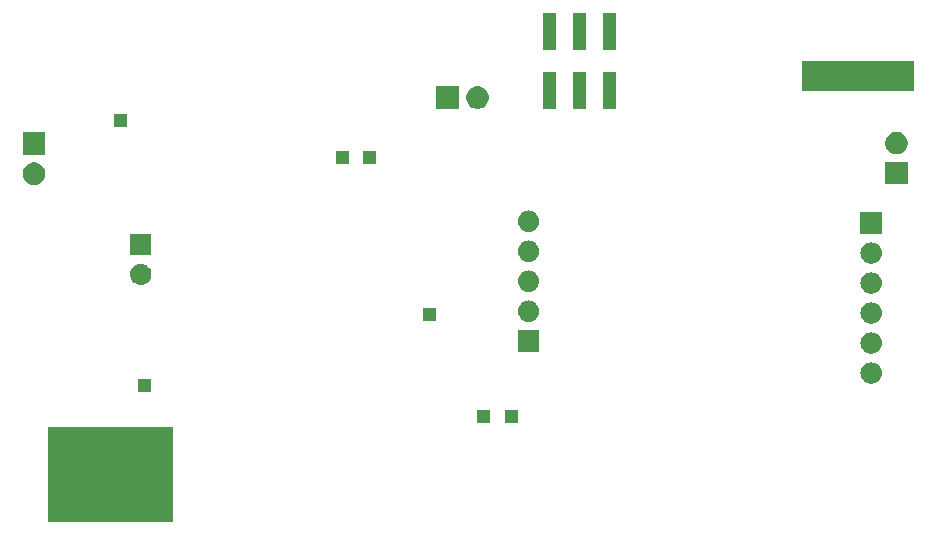
<source format=gbs>
G04 #@! TF.GenerationSoftware,KiCad,Pcbnew,(5.0.1-3-g963ef8bb5)*
G04 #@! TF.CreationDate,2020-09-15T14:43:14+02:00*
G04 #@! TF.ProjectId,trackix,747261636B69782E6B696361645F7063,rev?*
G04 #@! TF.SameCoordinates,Original*
G04 #@! TF.FileFunction,Soldermask,Bot*
G04 #@! TF.FilePolarity,Negative*
%FSLAX46Y46*%
G04 Gerber Fmt 4.6, Leading zero omitted, Abs format (unit mm)*
G04 Created by KiCad (PCBNEW (5.0.1-3-g963ef8bb5)) date 2020 September 15, Tuesday 14:43:14*
%MOMM*%
%LPD*%
G01*
G04 APERTURE LIST*
%ADD10C,0.100000*%
G04 APERTURE END LIST*
D10*
G36*
X153557095Y-136700000D02*
X142932095Y-136700000D01*
X142932095Y-128700000D01*
X153557095Y-128700000D01*
X153557095Y-136700000D01*
X153557095Y-136700000D01*
G37*
G36*
X180401000Y-128351000D02*
X179299000Y-128351000D01*
X179299000Y-127249000D01*
X180401000Y-127249000D01*
X180401000Y-128351000D01*
X180401000Y-128351000D01*
G37*
G36*
X182751000Y-128351000D02*
X181649000Y-128351000D01*
X181649000Y-127249000D01*
X182751000Y-127249000D01*
X182751000Y-128351000D01*
X182751000Y-128351000D01*
G37*
G36*
X151701000Y-125751000D02*
X150599000Y-125751000D01*
X150599000Y-124649000D01*
X151701000Y-124649000D01*
X151701000Y-125751000D01*
X151701000Y-125751000D01*
G37*
G36*
X212771680Y-123219520D02*
X212837864Y-123226038D01*
X212951090Y-123260385D01*
X213007704Y-123277558D01*
X213146324Y-123351653D01*
X213164228Y-123361223D01*
X213199966Y-123390553D01*
X213301423Y-123473815D01*
X213384685Y-123575272D01*
X213414015Y-123611010D01*
X213414016Y-123611012D01*
X213497680Y-123767534D01*
X213497680Y-123767535D01*
X213549200Y-123937374D01*
X213566596Y-124114001D01*
X213549200Y-124290628D01*
X213514853Y-124403854D01*
X213497680Y-124460468D01*
X213423585Y-124599088D01*
X213414015Y-124616992D01*
X213384685Y-124652730D01*
X213301423Y-124754187D01*
X213199966Y-124837449D01*
X213164228Y-124866779D01*
X213164226Y-124866780D01*
X213007704Y-124950444D01*
X212951090Y-124967617D01*
X212837864Y-125001964D01*
X212771679Y-125008483D01*
X212705497Y-125015001D01*
X212616977Y-125015001D01*
X212550795Y-125008483D01*
X212484610Y-125001964D01*
X212371384Y-124967617D01*
X212314770Y-124950444D01*
X212158248Y-124866780D01*
X212158246Y-124866779D01*
X212122508Y-124837449D01*
X212021051Y-124754187D01*
X211937789Y-124652730D01*
X211908459Y-124616992D01*
X211898889Y-124599088D01*
X211824794Y-124460468D01*
X211807621Y-124403854D01*
X211773274Y-124290628D01*
X211755878Y-124114001D01*
X211773274Y-123937374D01*
X211824794Y-123767535D01*
X211824794Y-123767534D01*
X211908458Y-123611012D01*
X211908459Y-123611010D01*
X211937789Y-123575272D01*
X212021051Y-123473815D01*
X212122508Y-123390553D01*
X212158246Y-123361223D01*
X212176150Y-123351653D01*
X212314770Y-123277558D01*
X212371384Y-123260385D01*
X212484610Y-123226038D01*
X212550794Y-123219520D01*
X212616977Y-123213001D01*
X212705497Y-123213001D01*
X212771680Y-123219520D01*
X212771680Y-123219520D01*
G37*
G36*
X212771679Y-120679519D02*
X212837864Y-120686038D01*
X212951090Y-120720385D01*
X213007704Y-120737558D01*
X213146324Y-120811653D01*
X213164228Y-120821223D01*
X213199966Y-120850553D01*
X213301423Y-120933815D01*
X213384685Y-121035272D01*
X213414015Y-121071010D01*
X213414016Y-121071012D01*
X213497680Y-121227534D01*
X213497680Y-121227535D01*
X213549200Y-121397374D01*
X213566596Y-121574001D01*
X213549200Y-121750628D01*
X213514853Y-121863854D01*
X213497680Y-121920468D01*
X213423585Y-122059088D01*
X213414015Y-122076992D01*
X213384685Y-122112730D01*
X213301423Y-122214187D01*
X213199966Y-122297449D01*
X213164228Y-122326779D01*
X213164226Y-122326780D01*
X213007704Y-122410444D01*
X212951090Y-122427617D01*
X212837864Y-122461964D01*
X212771680Y-122468482D01*
X212705497Y-122475001D01*
X212616977Y-122475001D01*
X212550794Y-122468482D01*
X212484610Y-122461964D01*
X212371384Y-122427617D01*
X212314770Y-122410444D01*
X212158248Y-122326780D01*
X212158246Y-122326779D01*
X212122508Y-122297449D01*
X212021051Y-122214187D01*
X211937789Y-122112730D01*
X211908459Y-122076992D01*
X211898889Y-122059088D01*
X211824794Y-121920468D01*
X211807621Y-121863854D01*
X211773274Y-121750628D01*
X211755878Y-121574001D01*
X211773274Y-121397374D01*
X211824794Y-121227535D01*
X211824794Y-121227534D01*
X211908458Y-121071012D01*
X211908459Y-121071010D01*
X211937789Y-121035272D01*
X212021051Y-120933815D01*
X212122508Y-120850553D01*
X212158246Y-120821223D01*
X212176150Y-120811653D01*
X212314770Y-120737558D01*
X212371384Y-120720385D01*
X212484610Y-120686038D01*
X212550795Y-120679519D01*
X212616977Y-120673001D01*
X212705497Y-120673001D01*
X212771679Y-120679519D01*
X212771679Y-120679519D01*
G37*
G36*
X184562237Y-122315001D02*
X182760237Y-122315001D01*
X182760237Y-120513001D01*
X184562237Y-120513001D01*
X184562237Y-122315001D01*
X184562237Y-122315001D01*
G37*
G36*
X212771679Y-118139519D02*
X212837864Y-118146038D01*
X212951090Y-118180385D01*
X213007704Y-118197558D01*
X213146324Y-118271653D01*
X213164228Y-118281223D01*
X213199966Y-118310553D01*
X213301423Y-118393815D01*
X213384685Y-118495272D01*
X213414015Y-118531010D01*
X213414016Y-118531012D01*
X213497680Y-118687534D01*
X213497680Y-118687535D01*
X213549200Y-118857374D01*
X213566596Y-119034001D01*
X213549200Y-119210628D01*
X213546215Y-119220467D01*
X213497680Y-119380468D01*
X213426205Y-119514186D01*
X213414015Y-119536992D01*
X213384685Y-119572730D01*
X213301423Y-119674187D01*
X213199966Y-119757449D01*
X213164228Y-119786779D01*
X213164226Y-119786780D01*
X213007704Y-119870444D01*
X212951090Y-119887617D01*
X212837864Y-119921964D01*
X212771680Y-119928482D01*
X212705497Y-119935001D01*
X212616977Y-119935001D01*
X212550794Y-119928482D01*
X212484610Y-119921964D01*
X212371384Y-119887617D01*
X212314770Y-119870444D01*
X212158248Y-119786780D01*
X212158246Y-119786779D01*
X212122508Y-119757449D01*
X212021051Y-119674187D01*
X211937789Y-119572730D01*
X211908459Y-119536992D01*
X211896269Y-119514186D01*
X211824794Y-119380468D01*
X211776259Y-119220467D01*
X211773274Y-119210628D01*
X211755878Y-119034001D01*
X211773274Y-118857374D01*
X211824794Y-118687535D01*
X211824794Y-118687534D01*
X211908458Y-118531012D01*
X211908459Y-118531010D01*
X211937789Y-118495272D01*
X212021051Y-118393815D01*
X212122508Y-118310553D01*
X212158246Y-118281223D01*
X212176150Y-118271653D01*
X212314770Y-118197558D01*
X212371384Y-118180385D01*
X212484610Y-118146038D01*
X212550795Y-118139519D01*
X212616977Y-118133001D01*
X212705497Y-118133001D01*
X212771679Y-118139519D01*
X212771679Y-118139519D01*
G37*
G36*
X183771679Y-117979519D02*
X183837864Y-117986038D01*
X183951090Y-118020385D01*
X184007704Y-118037558D01*
X184146324Y-118111653D01*
X184164228Y-118121223D01*
X184178579Y-118133001D01*
X184301423Y-118233815D01*
X184384685Y-118335272D01*
X184414015Y-118371010D01*
X184414016Y-118371012D01*
X184497680Y-118527534D01*
X184497680Y-118527535D01*
X184549200Y-118697374D01*
X184566596Y-118874001D01*
X184549200Y-119050628D01*
X184514853Y-119163854D01*
X184497680Y-119220468D01*
X184423585Y-119359088D01*
X184414015Y-119376992D01*
X184411163Y-119380467D01*
X184301423Y-119514187D01*
X184199966Y-119597449D01*
X184164228Y-119626779D01*
X184164226Y-119626780D01*
X184007704Y-119710444D01*
X183951090Y-119727617D01*
X183837864Y-119761964D01*
X183771679Y-119768483D01*
X183705497Y-119775001D01*
X183616977Y-119775001D01*
X183550795Y-119768483D01*
X183484610Y-119761964D01*
X183371384Y-119727617D01*
X183314770Y-119710444D01*
X183158248Y-119626780D01*
X183158246Y-119626779D01*
X183122508Y-119597449D01*
X183021051Y-119514187D01*
X182911311Y-119380467D01*
X182908459Y-119376992D01*
X182898889Y-119359088D01*
X182824794Y-119220468D01*
X182807621Y-119163854D01*
X182773274Y-119050628D01*
X182755878Y-118874001D01*
X182773274Y-118697374D01*
X182824794Y-118527535D01*
X182824794Y-118527534D01*
X182908458Y-118371012D01*
X182908459Y-118371010D01*
X182937789Y-118335272D01*
X183021051Y-118233815D01*
X183143895Y-118133001D01*
X183158246Y-118121223D01*
X183176150Y-118111653D01*
X183314770Y-118037558D01*
X183371384Y-118020385D01*
X183484610Y-117986038D01*
X183550795Y-117979519D01*
X183616977Y-117973001D01*
X183705497Y-117973001D01*
X183771679Y-117979519D01*
X183771679Y-117979519D01*
G37*
G36*
X175801000Y-119701000D02*
X174699000Y-119701000D01*
X174699000Y-118599000D01*
X175801000Y-118599000D01*
X175801000Y-119701000D01*
X175801000Y-119701000D01*
G37*
G36*
X212771679Y-115599519D02*
X212837864Y-115606038D01*
X212951090Y-115640385D01*
X213007704Y-115657558D01*
X213146324Y-115731653D01*
X213164228Y-115741223D01*
X213193199Y-115764999D01*
X213301423Y-115853815D01*
X213373488Y-115941628D01*
X213414015Y-115991010D01*
X213414016Y-115991012D01*
X213497680Y-116147534D01*
X213497680Y-116147535D01*
X213549200Y-116317374D01*
X213566596Y-116494001D01*
X213549200Y-116670628D01*
X213546215Y-116680467D01*
X213497680Y-116840468D01*
X213426205Y-116974186D01*
X213414015Y-116996992D01*
X213384685Y-117032730D01*
X213301423Y-117134187D01*
X213199966Y-117217449D01*
X213164228Y-117246779D01*
X213164226Y-117246780D01*
X213007704Y-117330444D01*
X212951090Y-117347617D01*
X212837864Y-117381964D01*
X212771679Y-117388483D01*
X212705497Y-117395001D01*
X212616977Y-117395001D01*
X212550795Y-117388483D01*
X212484610Y-117381964D01*
X212371384Y-117347617D01*
X212314770Y-117330444D01*
X212158248Y-117246780D01*
X212158246Y-117246779D01*
X212122508Y-117217449D01*
X212021051Y-117134187D01*
X211937789Y-117032730D01*
X211908459Y-116996992D01*
X211896269Y-116974186D01*
X211824794Y-116840468D01*
X211776259Y-116680467D01*
X211773274Y-116670628D01*
X211755878Y-116494001D01*
X211773274Y-116317374D01*
X211824794Y-116147535D01*
X211824794Y-116147534D01*
X211908458Y-115991012D01*
X211908459Y-115991010D01*
X211948986Y-115941628D01*
X212021051Y-115853815D01*
X212129275Y-115764999D01*
X212158246Y-115741223D01*
X212176150Y-115731653D01*
X212314770Y-115657558D01*
X212371384Y-115640385D01*
X212484610Y-115606038D01*
X212550795Y-115599519D01*
X212616977Y-115593001D01*
X212705497Y-115593001D01*
X212771679Y-115599519D01*
X212771679Y-115599519D01*
G37*
G36*
X183771679Y-115439519D02*
X183837864Y-115446038D01*
X183951090Y-115480385D01*
X184007704Y-115497558D01*
X184146324Y-115571653D01*
X184164228Y-115581223D01*
X184178579Y-115593001D01*
X184301423Y-115693815D01*
X184384685Y-115795272D01*
X184414015Y-115831010D01*
X184414016Y-115831012D01*
X184497680Y-115987534D01*
X184497680Y-115987535D01*
X184549200Y-116157374D01*
X184566596Y-116334001D01*
X184549200Y-116510628D01*
X184547030Y-116517780D01*
X184497680Y-116680468D01*
X184423585Y-116819088D01*
X184414015Y-116836992D01*
X184411163Y-116840467D01*
X184301423Y-116974187D01*
X184199966Y-117057449D01*
X184164228Y-117086779D01*
X184164226Y-117086780D01*
X184007704Y-117170444D01*
X183951090Y-117187617D01*
X183837864Y-117221964D01*
X183771679Y-117228483D01*
X183705497Y-117235001D01*
X183616977Y-117235001D01*
X183550795Y-117228483D01*
X183484610Y-117221964D01*
X183371384Y-117187617D01*
X183314770Y-117170444D01*
X183158248Y-117086780D01*
X183158246Y-117086779D01*
X183122508Y-117057449D01*
X183021051Y-116974187D01*
X182911311Y-116840467D01*
X182908459Y-116836992D01*
X182898889Y-116819088D01*
X182824794Y-116680468D01*
X182775444Y-116517780D01*
X182773274Y-116510628D01*
X182755878Y-116334001D01*
X182773274Y-116157374D01*
X182824794Y-115987535D01*
X182824794Y-115987534D01*
X182908458Y-115831012D01*
X182908459Y-115831010D01*
X182937789Y-115795272D01*
X183021051Y-115693815D01*
X183143895Y-115593001D01*
X183158246Y-115581223D01*
X183176150Y-115571653D01*
X183314770Y-115497558D01*
X183371384Y-115480385D01*
X183484610Y-115446038D01*
X183550795Y-115439519D01*
X183616977Y-115433001D01*
X183705497Y-115433001D01*
X183771679Y-115439519D01*
X183771679Y-115439519D01*
G37*
G36*
X150935444Y-114870520D02*
X151001628Y-114877038D01*
X151114854Y-114911385D01*
X151171468Y-114928558D01*
X151310088Y-115002653D01*
X151327992Y-115012223D01*
X151363730Y-115041553D01*
X151465187Y-115124815D01*
X151548449Y-115226272D01*
X151577779Y-115262010D01*
X151577780Y-115262012D01*
X151661444Y-115418534D01*
X151661444Y-115418535D01*
X151712964Y-115588374D01*
X151730360Y-115765001D01*
X151712964Y-115941628D01*
X151678617Y-116054854D01*
X151661444Y-116111468D01*
X151642166Y-116147534D01*
X151577779Y-116267992D01*
X151548449Y-116303730D01*
X151465187Y-116405187D01*
X151363730Y-116488449D01*
X151327992Y-116517779D01*
X151327990Y-116517780D01*
X151171468Y-116601444D01*
X151114854Y-116618617D01*
X151001628Y-116652964D01*
X150935444Y-116659482D01*
X150869261Y-116666001D01*
X150780741Y-116666001D01*
X150714558Y-116659482D01*
X150648374Y-116652964D01*
X150535148Y-116618617D01*
X150478534Y-116601444D01*
X150322012Y-116517780D01*
X150322010Y-116517779D01*
X150286272Y-116488449D01*
X150184815Y-116405187D01*
X150101553Y-116303730D01*
X150072223Y-116267992D01*
X150007836Y-116147534D01*
X149988558Y-116111468D01*
X149971385Y-116054854D01*
X149937038Y-115941628D01*
X149919642Y-115765001D01*
X149937038Y-115588374D01*
X149988558Y-115418535D01*
X149988558Y-115418534D01*
X150072222Y-115262012D01*
X150072223Y-115262010D01*
X150101553Y-115226272D01*
X150184815Y-115124815D01*
X150286272Y-115041553D01*
X150322010Y-115012223D01*
X150339914Y-115002653D01*
X150478534Y-114928558D01*
X150535148Y-114911385D01*
X150648374Y-114877038D01*
X150714558Y-114870520D01*
X150780741Y-114864001D01*
X150869261Y-114864001D01*
X150935444Y-114870520D01*
X150935444Y-114870520D01*
G37*
G36*
X212771680Y-113059520D02*
X212837864Y-113066038D01*
X212951090Y-113100385D01*
X213007704Y-113117558D01*
X213146324Y-113191653D01*
X213164228Y-113201223D01*
X213199966Y-113230553D01*
X213301423Y-113313815D01*
X213384685Y-113415272D01*
X213414015Y-113451010D01*
X213414016Y-113451012D01*
X213497680Y-113607534D01*
X213497680Y-113607535D01*
X213549200Y-113777374D01*
X213566596Y-113954001D01*
X213549200Y-114130628D01*
X213546215Y-114140467D01*
X213497680Y-114300468D01*
X213426205Y-114434186D01*
X213414015Y-114456992D01*
X213384685Y-114492730D01*
X213301423Y-114594187D01*
X213199966Y-114677449D01*
X213164228Y-114706779D01*
X213164226Y-114706780D01*
X213007704Y-114790444D01*
X212951090Y-114807617D01*
X212837864Y-114841964D01*
X212771679Y-114848483D01*
X212705497Y-114855001D01*
X212616977Y-114855001D01*
X212550795Y-114848483D01*
X212484610Y-114841964D01*
X212371384Y-114807617D01*
X212314770Y-114790444D01*
X212158248Y-114706780D01*
X212158246Y-114706779D01*
X212122508Y-114677449D01*
X212021051Y-114594187D01*
X211937789Y-114492730D01*
X211908459Y-114456992D01*
X211896269Y-114434186D01*
X211824794Y-114300468D01*
X211776259Y-114140467D01*
X211773274Y-114130628D01*
X211755878Y-113954001D01*
X211773274Y-113777374D01*
X211824794Y-113607535D01*
X211824794Y-113607534D01*
X211908458Y-113451012D01*
X211908459Y-113451010D01*
X211937789Y-113415272D01*
X212021051Y-113313815D01*
X212122508Y-113230553D01*
X212158246Y-113201223D01*
X212176150Y-113191653D01*
X212314770Y-113117558D01*
X212371384Y-113100385D01*
X212484610Y-113066038D01*
X212550794Y-113059520D01*
X212616977Y-113053001D01*
X212705497Y-113053001D01*
X212771680Y-113059520D01*
X212771680Y-113059520D01*
G37*
G36*
X183771680Y-112899520D02*
X183837864Y-112906038D01*
X183951090Y-112940385D01*
X184007704Y-112957558D01*
X184146324Y-113031653D01*
X184164228Y-113041223D01*
X184178579Y-113053001D01*
X184301423Y-113153815D01*
X184384685Y-113255272D01*
X184414015Y-113291010D01*
X184414016Y-113291012D01*
X184497680Y-113447534D01*
X184497680Y-113447535D01*
X184549200Y-113617374D01*
X184566596Y-113794001D01*
X184549200Y-113970628D01*
X184514853Y-114083854D01*
X184497680Y-114140468D01*
X184423585Y-114279088D01*
X184414015Y-114296992D01*
X184411163Y-114300467D01*
X184301423Y-114434187D01*
X184199966Y-114517449D01*
X184164228Y-114546779D01*
X184164226Y-114546780D01*
X184007704Y-114630444D01*
X183951090Y-114647617D01*
X183837864Y-114681964D01*
X183771679Y-114688483D01*
X183705497Y-114695001D01*
X183616977Y-114695001D01*
X183550795Y-114688483D01*
X183484610Y-114681964D01*
X183371384Y-114647617D01*
X183314770Y-114630444D01*
X183158248Y-114546780D01*
X183158246Y-114546779D01*
X183122508Y-114517449D01*
X183021051Y-114434187D01*
X182911311Y-114300467D01*
X182908459Y-114296992D01*
X182898889Y-114279088D01*
X182824794Y-114140468D01*
X182807621Y-114083854D01*
X182773274Y-113970628D01*
X182755878Y-113794001D01*
X182773274Y-113617374D01*
X182824794Y-113447535D01*
X182824794Y-113447534D01*
X182908458Y-113291012D01*
X182908459Y-113291010D01*
X182937789Y-113255272D01*
X183021051Y-113153815D01*
X183143895Y-113053001D01*
X183158246Y-113041223D01*
X183176150Y-113031653D01*
X183314770Y-112957558D01*
X183371384Y-112940385D01*
X183484610Y-112906038D01*
X183550794Y-112899520D01*
X183616977Y-112893001D01*
X183705497Y-112893001D01*
X183771680Y-112899520D01*
X183771680Y-112899520D01*
G37*
G36*
X151726001Y-114126001D02*
X149924001Y-114126001D01*
X149924001Y-112324001D01*
X151726001Y-112324001D01*
X151726001Y-114126001D01*
X151726001Y-114126001D01*
G37*
G36*
X213562237Y-112315001D02*
X211760237Y-112315001D01*
X211760237Y-110513001D01*
X213562237Y-110513001D01*
X213562237Y-112315001D01*
X213562237Y-112315001D01*
G37*
G36*
X183771680Y-110359520D02*
X183837864Y-110366038D01*
X183951090Y-110400385D01*
X184007704Y-110417558D01*
X184146324Y-110491653D01*
X184164228Y-110501223D01*
X184178579Y-110513001D01*
X184301423Y-110613815D01*
X184384685Y-110715272D01*
X184414015Y-110751010D01*
X184414016Y-110751012D01*
X184497680Y-110907534D01*
X184497680Y-110907535D01*
X184549200Y-111077374D01*
X184566596Y-111254001D01*
X184549200Y-111430628D01*
X184514853Y-111543854D01*
X184497680Y-111600468D01*
X184423585Y-111739088D01*
X184414015Y-111756992D01*
X184384685Y-111792730D01*
X184301423Y-111894187D01*
X184199966Y-111977449D01*
X184164228Y-112006779D01*
X184164226Y-112006780D01*
X184007704Y-112090444D01*
X183951090Y-112107617D01*
X183837864Y-112141964D01*
X183771680Y-112148482D01*
X183705497Y-112155001D01*
X183616977Y-112155001D01*
X183550794Y-112148482D01*
X183484610Y-112141964D01*
X183371384Y-112107617D01*
X183314770Y-112090444D01*
X183158248Y-112006780D01*
X183158246Y-112006779D01*
X183122508Y-111977449D01*
X183021051Y-111894187D01*
X182937789Y-111792730D01*
X182908459Y-111756992D01*
X182898889Y-111739088D01*
X182824794Y-111600468D01*
X182807621Y-111543854D01*
X182773274Y-111430628D01*
X182755878Y-111254001D01*
X182773274Y-111077374D01*
X182824794Y-110907535D01*
X182824794Y-110907534D01*
X182908458Y-110751012D01*
X182908459Y-110751010D01*
X182937789Y-110715272D01*
X183021051Y-110613815D01*
X183143895Y-110513001D01*
X183158246Y-110501223D01*
X183176150Y-110491653D01*
X183314770Y-110417558D01*
X183371384Y-110400385D01*
X183484610Y-110366038D01*
X183550794Y-110359520D01*
X183616977Y-110353001D01*
X183705497Y-110353001D01*
X183771680Y-110359520D01*
X183771680Y-110359520D01*
G37*
G36*
X142077396Y-106325546D02*
X142250466Y-106397234D01*
X142406230Y-106501312D01*
X142538688Y-106633770D01*
X142642766Y-106789534D01*
X142714454Y-106962604D01*
X142751000Y-107146333D01*
X142751000Y-107333667D01*
X142714454Y-107517396D01*
X142642766Y-107690466D01*
X142538688Y-107846230D01*
X142406230Y-107978688D01*
X142250466Y-108082766D01*
X142077396Y-108154454D01*
X141893667Y-108191000D01*
X141706333Y-108191000D01*
X141522604Y-108154454D01*
X141349534Y-108082766D01*
X141193770Y-107978688D01*
X141061312Y-107846230D01*
X140957234Y-107690466D01*
X140885546Y-107517396D01*
X140849000Y-107333667D01*
X140849000Y-107146333D01*
X140885546Y-106962604D01*
X140957234Y-106789534D01*
X141061312Y-106633770D01*
X141193770Y-106501312D01*
X141349534Y-106397234D01*
X141522604Y-106325546D01*
X141706333Y-106289000D01*
X141893667Y-106289000D01*
X142077396Y-106325546D01*
X142077396Y-106325546D01*
G37*
G36*
X215751000Y-108151000D02*
X213849000Y-108151000D01*
X213849000Y-106249000D01*
X215751000Y-106249000D01*
X215751000Y-108151000D01*
X215751000Y-108151000D01*
G37*
G36*
X170751000Y-106451000D02*
X169649000Y-106451000D01*
X169649000Y-105349000D01*
X170751000Y-105349000D01*
X170751000Y-106451000D01*
X170751000Y-106451000D01*
G37*
G36*
X168451000Y-106451000D02*
X167349000Y-106451000D01*
X167349000Y-105349000D01*
X168451000Y-105349000D01*
X168451000Y-106451000D01*
X168451000Y-106451000D01*
G37*
G36*
X142751000Y-105651000D02*
X140849000Y-105651000D01*
X140849000Y-103749000D01*
X142751000Y-103749000D01*
X142751000Y-105651000D01*
X142751000Y-105651000D01*
G37*
G36*
X215077396Y-103745546D02*
X215250466Y-103817234D01*
X215406230Y-103921312D01*
X215538688Y-104053770D01*
X215642766Y-104209534D01*
X215714454Y-104382604D01*
X215751000Y-104566333D01*
X215751000Y-104753667D01*
X215714454Y-104937396D01*
X215642766Y-105110466D01*
X215538688Y-105266230D01*
X215406230Y-105398688D01*
X215250466Y-105502766D01*
X215077396Y-105574454D01*
X214893667Y-105611000D01*
X214706333Y-105611000D01*
X214522604Y-105574454D01*
X214349534Y-105502766D01*
X214193770Y-105398688D01*
X214061312Y-105266230D01*
X213957234Y-105110466D01*
X213885546Y-104937396D01*
X213849000Y-104753667D01*
X213849000Y-104566333D01*
X213885546Y-104382604D01*
X213957234Y-104209534D01*
X214061312Y-104053770D01*
X214193770Y-103921312D01*
X214349534Y-103817234D01*
X214522604Y-103745546D01*
X214706333Y-103709000D01*
X214893667Y-103709000D01*
X215077396Y-103745546D01*
X215077396Y-103745546D01*
G37*
G36*
X149701000Y-103301000D02*
X148599000Y-103301000D01*
X148599000Y-102199000D01*
X149701000Y-102199000D01*
X149701000Y-103301000D01*
X149701000Y-103301000D01*
G37*
G36*
X191091000Y-101771000D02*
X189989000Y-101771000D01*
X189989000Y-98669000D01*
X191091000Y-98669000D01*
X191091000Y-101771000D01*
X191091000Y-101771000D01*
G37*
G36*
X188551000Y-101771000D02*
X187449000Y-101771000D01*
X187449000Y-98669000D01*
X188551000Y-98669000D01*
X188551000Y-101771000D01*
X188551000Y-101771000D01*
G37*
G36*
X186011000Y-101771000D02*
X184909000Y-101771000D01*
X184909000Y-98669000D01*
X186011000Y-98669000D01*
X186011000Y-101771000D01*
X186011000Y-101771000D01*
G37*
G36*
X179617396Y-99881547D02*
X179790466Y-99953235D01*
X179946230Y-100057313D01*
X180078688Y-100189771D01*
X180182766Y-100345535D01*
X180254454Y-100518605D01*
X180291000Y-100702334D01*
X180291000Y-100889668D01*
X180254454Y-101073397D01*
X180182766Y-101246467D01*
X180078688Y-101402231D01*
X179946230Y-101534689D01*
X179790466Y-101638767D01*
X179617396Y-101710455D01*
X179433667Y-101747001D01*
X179246333Y-101747001D01*
X179062604Y-101710455D01*
X178889534Y-101638767D01*
X178733770Y-101534689D01*
X178601312Y-101402231D01*
X178497234Y-101246467D01*
X178425546Y-101073397D01*
X178389000Y-100889668D01*
X178389000Y-100702334D01*
X178425546Y-100518605D01*
X178497234Y-100345535D01*
X178601312Y-100189771D01*
X178733770Y-100057313D01*
X178889534Y-99953235D01*
X179062604Y-99881547D01*
X179246333Y-99845001D01*
X179433667Y-99845001D01*
X179617396Y-99881547D01*
X179617396Y-99881547D01*
G37*
G36*
X177751000Y-101747001D02*
X175849000Y-101747001D01*
X175849000Y-99845001D01*
X177751000Y-99845001D01*
X177751000Y-101747001D01*
X177751000Y-101747001D01*
G37*
G36*
X216300000Y-100200000D02*
X206800000Y-100200000D01*
X206800000Y-97700000D01*
X216300000Y-97700000D01*
X216300000Y-100200000D01*
X216300000Y-100200000D01*
G37*
G36*
X191091000Y-96731000D02*
X189989000Y-96731000D01*
X189989000Y-93629000D01*
X191091000Y-93629000D01*
X191091000Y-96731000D01*
X191091000Y-96731000D01*
G37*
G36*
X188551000Y-96731000D02*
X187449000Y-96731000D01*
X187449000Y-93629000D01*
X188551000Y-93629000D01*
X188551000Y-96731000D01*
X188551000Y-96731000D01*
G37*
G36*
X186011000Y-96731000D02*
X184909000Y-96731000D01*
X184909000Y-93629000D01*
X186011000Y-93629000D01*
X186011000Y-96731000D01*
X186011000Y-96731000D01*
G37*
M02*

</source>
